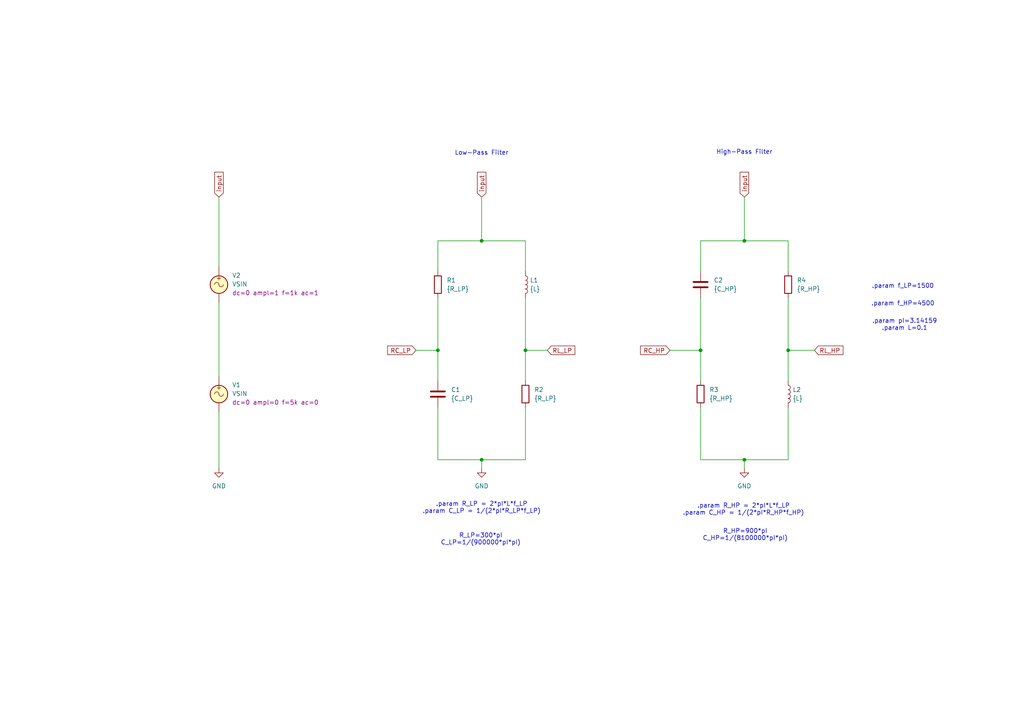
<source format=kicad_sch>
(kicad_sch (version 20231120) (generator "eeschema") (generator_version "8.0")
  (paper "A4")
  (lib_symbols
    (symbol "Device:C" (pin_numbers hide) (pin_names (offset 0.254))
      (property "Reference" "C" (at 0.635 2.54 0))
      (property "Value" "C" (at 0.635 -2.54 0))
      (symbol "C_0_1"
        (polyline (pts (xy -2.032 -0.762) (xy 2.032 -0.762)) (stroke (width 0.508)))
        (polyline (pts (xy -2.032 0.762) (xy 2.032 0.762)) (stroke (width 0.508)))
      )
      (symbol "C_1_1"
        (pin passive line (at 0 3.81 270) (length 2.794) (name "~") (number "1"))
        (pin passive line (at 0 -3.81 90) (length 2.794) (name "~") (number "2"))
      )
    )
    (symbol "Device:L" (pin_numbers hide) (pin_names (offset 1.016) hide)
      (property "Reference" "L" (at -1.27 0 90))
      (property "Value" "L" (at 1.905 0 90))
      (symbol "L_0_1"
        (arc (start 0 -2.54) (mid 0.6323 -1.905) (end 0 -1.27))
        (arc (start 0 -1.27) (mid 0.6323 -0.635) (end 0 0))
        (arc (start 0 0) (mid 0.6323 0.635) (end 0 1.27))
        (arc (start 0 1.27) (mid 0.6323 1.905) (end 0 2.54))
      )
      (symbol "L_1_1"
        (pin passive line (at 0 3.81 270) (length 1.27) (name "1") (number "1"))
        (pin passive line (at 0 -3.81 90) (length 1.27) (name "2") (number "2"))
      )
    )
    (symbol "Device:R" (pin_numbers hide) (pin_names (offset 0))
      (property "Reference" "R" (at 2.032 0 90))
      (property "Value" "R" (at 0 0 90))
      (symbol "R_0_1"
        (rectangle (start -1.016 -2.54) (end 1.016 2.54) (stroke (width 0.254)))
      )
      (symbol "R_1_1"
        (pin passive line (at 0 3.81 270) (length 1.27) (name "~") (number "1"))
        (pin passive line (at 0 -3.81 90) (length 1.27) (name "~") (number "2"))
      )
    )
    (symbol "Simulation_SPICE:VSIN" (pin_numbers hide) (pin_names (offset 0.0254))
      (property "Reference" "V" (at 2.54 2.54 0))
      (property "Value" "VSIN" (at 2.54 0 0))
      (property "Sim.Params" "dc=0 ampl=1 f=1k ac=1" (at 2.54 -2.54 0))
      (symbol "VSIN_0_0"
        (arc (start 0 0) (mid -0.635 0.6323) (end -1.27 0))
        (arc (start 0 0) (mid 0.635 -0.6323) (end 1.27 0))
        (text "+" (at 0 1.905 0) (effects (font (size 1.27 1.27))))
      )
      (symbol "VSIN_0_1"
        (circle (center 0 0) (radius 2.54) (stroke (width 0.254)) (fill (type background)))
      )
      (symbol "VSIN_1_1"
        (pin passive line (at 0 5.08 270) (length 2.54) (name "~") (number "1"))
        (pin passive line (at 0 -5.08 90) (length 2.54) (name "~") (number "2"))
      )
    )
    (symbol "power:GND" (power) (pin_numbers hide) (pin_names (offset 0) hide)
      (property "Value" "GND" (at 0 -3.81 0))
      (symbol "GND_0_1"
        (polyline (pts (xy 0 0) (xy 0 -1.27) (xy 1.27 -1.27) (xy 0 -2.54) (xy -1.27 -1.27) (xy 0 -1.27)))
      )
      (symbol "GND_1_1"
        (pin power_in line (at 0 0 270) (length 0) (name "~") (number "1"))
      )
    )
  )
  (junction (at 203.2 101.6))
  (junction (at 215.9 133.35))
  (junction (at 228.6 101.6))
  (junction (at 215.9 69.85))
  (junction (at 139.7 133.35))
  (junction (at 152.4 101.6))
  (junction (at 127 101.6))
  (junction (at 139.7 69.85))
  (wire (pts (xy 152.4 101.6) (xy 158.75 101.6)))
  (wire (pts (xy 120.65 101.6) (xy 127 101.6)))
  (wire (pts (xy 228.6 101.6) (xy 228.6 110.49)))
  (wire (pts (xy 63.5 87.63) (xy 63.5 109.22)))
  (wire (pts (xy 63.5 57.15) (xy 63.5 77.47)))
  (wire (pts (xy 215.9 133.35) (xy 215.9 135.89)))
  (wire (pts (xy 203.2 86.36) (xy 203.2 101.6)))
  (wire (pts (xy 152.4 133.35) (xy 152.4 118.11)))
  (wire (pts (xy 203.2 69.85) (xy 203.2 78.74)))
  (wire (pts (xy 203.2 118.11) (xy 203.2 133.35)))
  (wire (pts (xy 127 118.11) (xy 127 133.35)))
  (wire (pts (xy 152.4 101.6) (xy 152.4 110.49)))
  (wire (pts (xy 139.7 133.35) (xy 152.4 133.35)))
  (wire (pts (xy 152.4 78.74) (xy 152.4 69.85)))
  (wire (pts (xy 127 69.85) (xy 127 78.74)))
  (wire (pts (xy 139.7 57.15) (xy 139.7 69.85)))
  (wire (pts (xy 215.9 57.15) (xy 215.9 69.85)))
  (wire (pts (xy 228.6 78.74) (xy 228.6 69.85)))
  (wire (pts (xy 127 86.36) (xy 127 101.6)))
  (wire (pts (xy 194.31 101.6) (xy 203.2 101.6)))
  (wire (pts (xy 63.5 119.38) (xy 63.5 135.89)))
  (wire (pts (xy 203.2 101.6) (xy 203.2 110.49)))
  (wire (pts (xy 203.2 133.35) (xy 215.9 133.35)))
  (wire (pts (xy 228.6 101.6) (xy 236.22 101.6)))
  (wire (pts (xy 228.6 86.36) (xy 228.6 101.6)))
  (wire (pts (xy 228.6 133.35) (xy 228.6 118.11)))
  (wire (pts (xy 203.2 69.85) (xy 215.9 69.85)))
  (wire (pts (xy 139.7 133.35) (xy 139.7 135.89)))
  (wire (pts (xy 127 101.6) (xy 127 110.49)))
  (wire (pts (xy 152.4 86.36) (xy 152.4 101.6)))
  (wire (pts (xy 127 69.85) (xy 139.7 69.85)))
  (wire (pts (xy 127 133.35) (xy 139.7 133.35)))
  (wire (pts (xy 215.9 133.35) (xy 228.6 133.35)))
  (wire (pts (xy 228.6 69.85) (xy 215.9 69.85)))
  (wire (pts (xy 152.4 69.85) (xy 139.7 69.85)))
  (text ".param pI=3.14159\n.param L=0.1" (at 262.382 94.234 0) (effects (font (size 1.27 1.27))))
  (text ".param R_HP = 2*pI*L*f_LP\n.param C_HP = 1/(2*pI*R_HP*f_HP)" (at 215.646 147.828 0) (effects (font (size 1.27 1.27))))
  (text ".param R_LP = 2*pI*L*f_LP\n.param C_LP = 1/(2*pI*R_LP*f_LP)" (at 139.7 147.32 0) (effects (font (size 1.27 1.27))))
  (text "High-Pass Filter\n" (at 215.9 44.196 0) (effects (font (size 1.27 1.27))))
  (text "Low-Pass Filter" (at 139.7 44.45 0) (effects (font (size 1.27 1.27))))
  (text "R_LP=300*pI\nC_LP=1/(900000*pI*pI)" (at 139.446 156.464 0) (effects (font (size 1.27 1.27))))
  (text ".param f_HP=4500" (at 261.874 88.138 0) (effects (font (size 1.27 1.27))))
  (text ".param f_LP=1500" (at 261.874 83.058 0) (effects (font (size 1.27 1.27))))
  (text "R_HP=900*pI\nC_HP=1/(8100000*pI*pI)" (at 216.154 155.194 0) (effects (font (size 1.27 1.27))))
  (global_label "input" (shape input) (at 63.5 57.15 90) (property "Intersheetrefs" "${INTERSHEET_REFS}" (effects (hide yes))))
  (global_label "RC_HP" (shape input) (at 194.31 101.6 180) (property "Intersheetrefs" "${INTERSHEET_REFS}" (effects (hide yes))))
  (global_label "input" (shape input) (at 139.7 57.15 90) (property "Intersheetrefs" "${INTERSHEET_REFS}" (effects (hide yes))))
  (global_label "RL_HP" (shape input) (at 236.22 101.6 0) (property "Intersheetrefs" "${INTERSHEET_REFS}" (effects (hide yes))))
  (global_label "RC_LP" (shape input) (at 120.65 101.6 180) (property "Intersheetrefs" "${INTERSHEET_REFS}" (effects (hide yes))))
  (global_label "input" (shape input) (at 215.9 57.15 90) (property "Intersheetrefs" "${INTERSHEET_REFS}" (effects (hide yes))))
  (global_label "RL_LP" (shape input) (at 158.75 101.6 0) (property "Intersheetrefs" "${INTERSHEET_REFS}" (effects (hide yes))))
  (symbol (lib_id "power:GND") (at 63.5 135.89 0) (unit 1)
    (property "Reference" "#PWR01" (effects (hide yes)))
    (property "Value" "GND" (at 63.5 140.97 0))
    (property "Description" "Power symbol creates a global label with name \"GND\" , ground" (effects (hide yes)))
  )
  (symbol (lib_id "Device:C") (at 203.2 82.55 0) (unit 1)
    (property "Reference" "C2" (at 207.01 81.2799 0) (effects (justify left)))
    (property "Value" "{C_HP}" (at 207.01 83.8199 0) (effects (justify left)))
    (property "Description" "Unpolarized capacitor" (effects (hide yes)))
  )
  (symbol (lib_id "Device:R") (at 152.4 114.3 0) (unit 1)
    (property "Reference" "R2" (at 154.94 113.0299 0) (effects (justify left)))
    (property "Value" "{R_LP}" (at 154.94 115.5699 0) (effects (justify left)))
    (property "Description" "Resistor" (effects (hide yes)))
  )
  (symbol (lib_id "power:GND") (at 139.7 135.89 0) (unit 1)
    (property "Reference" "#PWR02" (effects (hide yes)))
    (property "Value" "GND" (at 139.7 140.97 0))
    (property "Description" "Power symbol creates a global label with name \"GND\" , ground" (effects (hide yes)))
  )
  (symbol (lib_id "Device:R") (at 127 82.55 0) (unit 1)
    (property "Reference" "R1" (at 129.54 81.2799 0) (effects (justify left)))
    (property "Value" "{R_LP}" (at 129.54 83.8199 0) (effects (justify left)))
    (property "Description" "Resistor" (effects (hide yes)))
  )
  (symbol (lib_id "Device:C") (at 127 114.3 0) (unit 1)
    (property "Reference" "C1" (at 130.81 113.0299 0) (effects (justify left)))
    (property "Value" "{C_LP}" (at 130.81 115.5699 0) (effects (justify left)))
    (property "Description" "Unpolarized capacitor" (effects (hide yes)))
  )
  (symbol (lib_id "Simulation_SPICE:VSIN") (at 63.5 82.55 0) (unit 1)
    (property "Reference" "V2" (at 67.31 79.8801 0) (effects (justify left)))
    (property "Value" "VSIN" (at 67.31 82.4201 0) (effects (justify left)))
    (property "Datasheet" "https://ngspice.sourceforge.io/docs/ngspice-html-manual/manual.xhtml#sec_Independent_Sources_for" (effects (hide yes)))
    (property "Description" "Voltage source, sinusoidal" (effects (hide yes)))
    (property "Sim.Pins" "1=+ 2=-" (effects (hide yes)))
    (property "Sim.Params" "dc=0 ampl=1 f=1k ac=1" (at 67.31 84.9601 0) (effects (justify left)))
    (property "Sim.Type" "SIN" (effects (hide yes)))
    (property "Sim.Device" "V" (effects (hide yes)))
  )
  (symbol (lib_id "Device:R") (at 203.2 114.3 0) (unit 1)
    (property "Reference" "R3" (at 205.74 113.0299 0) (effects (justify left)))
    (property "Value" "{R_HP}" (at 205.74 115.5699 0) (effects (justify left)))
    (property "Description" "Resistor" (effects (hide yes)))
  )
  (symbol (lib_id "power:GND") (at 215.9 135.89 0) (unit 1)
    (property "Reference" "#PWR03" (effects (hide yes)))
    (property "Value" "GND" (at 215.9 140.97 0))
    (property "Description" "Power symbol creates a global label with name \"GND\" , ground" (effects (hide yes)))
  )
  (symbol (lib_id "Device:L") (at 228.6 114.3 0) (unit 1)
    (property "Reference" "L2" (at 229.87 113.0299 0) (effects (justify left)))
    (property "Value" "{L}" (at 229.87 115.5699 0) (effects (justify left)))
    (property "Description" "Inductor" (effects (hide yes)))
  )
  (symbol (lib_id "Device:L") (at 152.4 82.55 0) (unit 1)
    (property "Reference" "L1" (at 153.67 81.2799 0) (effects (justify left)))
    (property "Value" "{L}" (at 153.67 83.8199 0) (effects (justify left)))
    (property "Description" "Inductor" (effects (hide yes)))
  )
  (symbol (lib_id "Simulation_SPICE:VSIN") (at 63.5 114.3 0) (unit 1)
    (property "Reference" "V1" (at 67.31 111.6301 0) (effects (justify left)))
    (property "Value" "VSIN" (at 67.31 114.1701 0) (effects (justify left)))
    (property "Datasheet" "https://ngspice.sourceforge.io/docs/ngspice-html-manual/manual.xhtml#sec_Independent_Sources_for" (effects (hide yes)))
    (property "Description" "Voltage source, sinusoidal" (effects (hide yes)))
    (property "Sim.Pins" "1=+ 2=-" (effects (hide yes)))
    (property "Sim.Params" "dc=0 ampl=0 f=5k ac=0" (at 67.31 116.7101 0) (effects (justify left)))
    (property "Sim.Type" "SIN" (effects (hide yes)))
    (property "Sim.Device" "V" (effects (hide yes)))
  )
  (symbol (lib_id "Device:R") (at 228.6 82.55 0) (unit 1)
    (property "Reference" "R4" (at 231.14 81.2799 0) (effects (justify left)))
    (property "Value" "{R_HP}" (at 231.14 83.8199 0) (effects (justify left)))
    (property "Description" "Resistor" (effects (hide yes)))
  )
)
</source>
